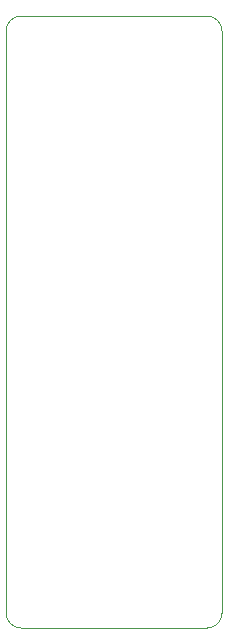
<source format=gbr>
%TF.GenerationSoftware,KiCad,Pcbnew,(5.1.6)-1*%
%TF.CreationDate,2020-10-18T20:28:26+13:00*%
%TF.ProjectId,Jacks onboard,4a61636b-7320-46f6-9e62-6f6172642e6b,rev?*%
%TF.SameCoordinates,Original*%
%TF.FileFunction,Profile,NP*%
%FSLAX46Y46*%
G04 Gerber Fmt 4.6, Leading zero omitted, Abs format (unit mm)*
G04 Created by KiCad (PCBNEW (5.1.6)-1) date 2020-10-18 20:28:26*
%MOMM*%
%LPD*%
G01*
G04 APERTURE LIST*
%TA.AperFunction,Profile*%
%ADD10C,0.050000*%
%TD*%
%TA.AperFunction,Profile*%
%ADD11C,0.100000*%
%TD*%
G04 APERTURE END LIST*
D10*
X172466000Y-50292000D02*
G75*
G02*
X173736000Y-49022000I1270000J0D01*
G01*
X189484000Y-49022000D02*
G75*
G02*
X190754000Y-50292000I0J-1270000D01*
G01*
X190754000Y-99568000D02*
G75*
G02*
X189484000Y-100838000I-1270000J0D01*
G01*
X173736000Y-100838000D02*
G75*
G02*
X172466000Y-99568000I0J1270000D01*
G01*
D11*
X190754000Y-50292000D02*
X190754000Y-99568000D01*
X173736000Y-49022000D02*
X189484000Y-49022000D01*
X172466000Y-99568000D02*
X172466000Y-50292000D01*
X189484000Y-100838000D02*
X173736000Y-100838000D01*
M02*

</source>
